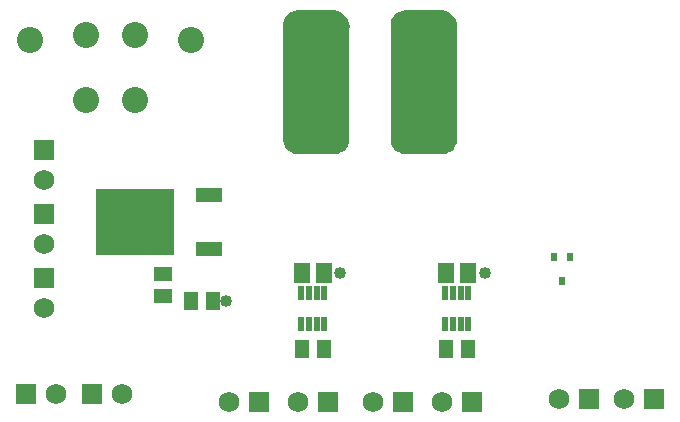
<source format=gts>
G04*
G04 #@! TF.GenerationSoftware,Altium Limited,Altium Designer,19.1.5 (86)*
G04*
G04 Layer_Color=8388736*
%FSLAX25Y25*%
%MOIN*%
G70*
G01*
G75*
%ADD16R,0.06312X0.04934*%
%ADD17R,0.04934X0.06312*%
%ADD18R,0.09068X0.04540*%
%ADD19R,0.26391X0.22453*%
%ADD20R,0.05328X0.06509*%
%ADD21R,0.02375X0.05131*%
%ADD22R,0.02375X0.03162*%
%ADD23C,0.06800*%
%ADD24R,0.06800X0.06800*%
%ADD25R,0.06800X0.06800*%
%ADD26C,0.08674*%
%ADD27C,0.04000*%
G36*
X100175Y144088D02*
X111847Y144088D01*
Y144088D01*
X112410Y144049D01*
X113501Y143754D01*
X114514Y143252D01*
X115408Y142561D01*
X116150Y141709D01*
X116712Y140728D01*
X117071Y139656D01*
X117215Y138535D01*
X117175Y137972D01*
X117175Y101175D01*
X117175Y101175D01*
Y100665D01*
X116976Y99666D01*
X116586Y98724D01*
X116020Y97876D01*
X115299Y97155D01*
X114451Y96589D01*
X113510Y96199D01*
X112510Y96000D01*
X100175D01*
X99665Y96000D01*
X98666Y96199D01*
X97724Y96589D01*
X96876Y97155D01*
X96155Y97876D01*
X95589Y98724D01*
X95199Y99666D01*
X95000Y100665D01*
X95000Y101175D01*
Y138912D01*
X95000Y138912D01*
X95000Y139422D01*
X95199Y140422D01*
X95589Y141364D01*
X96155Y142211D01*
X96876Y142932D01*
X97724Y143499D01*
X98666Y143889D01*
X99665Y144088D01*
X100175Y144088D01*
D02*
G37*
G36*
X136088D02*
X147759Y144088D01*
Y144088D01*
X148323Y144049D01*
X149414Y143754D01*
X150426Y143252D01*
X151321Y142561D01*
X152063Y141709D01*
X152624Y140728D01*
X152984Y139656D01*
X153127Y138535D01*
X153088Y137972D01*
X153088Y101175D01*
X153087Y101175D01*
Y100665D01*
X152889Y99666D01*
X152498Y98724D01*
X151932Y97876D01*
X151211Y97155D01*
X150364Y96589D01*
X149422Y96199D01*
X148422Y96000D01*
X136088D01*
X135578Y96000D01*
X134578Y96199D01*
X133636Y96589D01*
X132789Y97155D01*
X132068Y97876D01*
X131501Y98724D01*
X131111Y99666D01*
X130912Y100665D01*
X130912Y101175D01*
Y138912D01*
X130912Y138912D01*
X130912Y139422D01*
X131111Y140422D01*
X131501Y141364D01*
X132068Y142211D01*
X132789Y142932D01*
X133636Y143499D01*
X134578Y143889D01*
X135578Y144088D01*
X136088Y144088D01*
D02*
G37*
D16*
X54892Y56122D02*
D03*
Y48642D02*
D03*
D17*
X64260Y47000D02*
D03*
X71740D02*
D03*
X108740Y31000D02*
D03*
X101260D02*
D03*
X156740D02*
D03*
X149260D02*
D03*
D18*
X70472Y64488D02*
D03*
Y82441D02*
D03*
D19*
X45669Y73465D02*
D03*
D20*
X149457Y56500D02*
D03*
X156543D02*
D03*
X101457D02*
D03*
X108543D02*
D03*
D21*
X156839Y49618D02*
D03*
X154279D02*
D03*
X151720D02*
D03*
X149161D02*
D03*
X156839Y39382D02*
D03*
X154279D02*
D03*
X151720D02*
D03*
X149161D02*
D03*
X108839Y49618D02*
D03*
X106280D02*
D03*
X103720D02*
D03*
X101161D02*
D03*
X108839Y39382D02*
D03*
X106280D02*
D03*
X103720D02*
D03*
X101161D02*
D03*
D22*
X188000Y53620D02*
D03*
X185441Y61888D02*
D03*
X190559D02*
D03*
D23*
X41500Y16000D02*
D03*
X19500D02*
D03*
X15500Y87500D02*
D03*
X77000Y13500D02*
D03*
X208700Y14500D02*
D03*
X15500Y66000D02*
D03*
Y44618D02*
D03*
X125000Y13500D02*
D03*
X100000D02*
D03*
X148000D02*
D03*
X186900Y14500D02*
D03*
D24*
X31500Y16000D02*
D03*
X9500D02*
D03*
X87000Y13500D02*
D03*
X218700Y14500D02*
D03*
X135000Y13500D02*
D03*
X110000D02*
D03*
X158000D02*
D03*
X196900Y14500D02*
D03*
D25*
X15500Y97500D02*
D03*
Y76000D02*
D03*
Y54618D02*
D03*
D26*
X64272Y134016D02*
D03*
X10728D02*
D03*
X45768Y135827D02*
D03*
X29232D02*
D03*
Y114173D02*
D03*
X45768D02*
D03*
D27*
X138000Y104000D02*
D03*
X146000D02*
D03*
X138000Y120000D02*
D03*
X146000D02*
D03*
X138000Y112000D02*
D03*
X146000D02*
D03*
Y128000D02*
D03*
X138000D02*
D03*
X146000Y136000D02*
D03*
X138000D02*
D03*
X162500Y56500D02*
D03*
X114000D02*
D03*
X76000Y47000D02*
D03*
M02*

</source>
